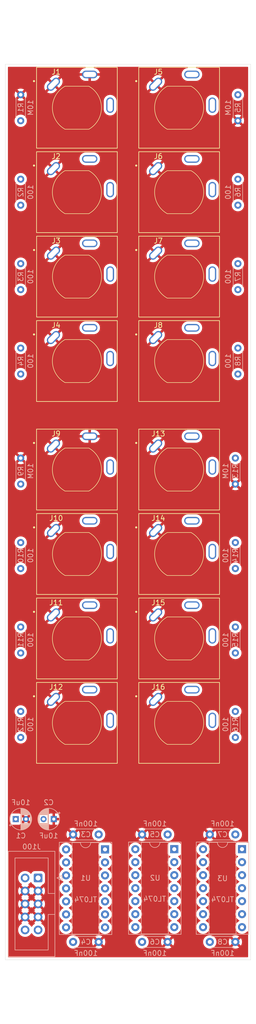
<source format=kicad_pcb>
(kicad_pcb (version 20240108) (generator "pcbnew") (generator_version "8.0")
  (title_block (title "Buffered Mult PCB") (date "2024-05-29") (rev "1") (company "DMH"))
  (layers (0 "F.Cu" signal) (31 "B.Cu" signal) (34 "B.Paste" user) (35 "F.Paste" user) (36 "B.SilkS" user "B.Silkscreen") (37 "F.SilkS" user "F.Silkscreen") (38 "B.Mask" user) (39 "F.Mask" user) (44 "Edge.Cuts" user))
  (net 0 "")
  (net 1 "+12V")
  (net 2 "GND")
  (net 3 "-12V")
  (net 4 "Net-(U1A-+)")
  (net 6 "Net-(J2-PadT)")
  (net 7 "Net-(J3-PadT)")
  (net 9 "Net-(J4-PadT)")
  (net 11 "Net-(U1D-+)")
  (net 12 "Net-(J6-PadT)")
  (net 14 "Net-(J7-PadT)")
  (net 17 "Net-(J8-PadT)")
  (net 18 "Net-(U2C-+)")
  (net 20 "Net-(J10-PadT)")
  (net 21 "Net-(J11-PadT)")
  (net 23 "Net-(J12-PadT)")
  (net 25 "Net-(U3B-+)")
  (net 27 "Net-(J14-PadT)")
  (net 29 "Net-(J15-PadT)")
  (net 30 "Net-(J16-PadT)")
  (net 32 "Net-(U1A--)")
  (net 33 "Net-(U1B--)")
  (net 34 "Net-(U1C--)")
  (net 35 "Net-(U1D--)")
  (net 36 "Net-(U2A--)")
  (net 37 "Net-(U2B--)")
  (net 38 "Net-(U2C--)")
  (net 39 "Net-(U2D--)")
  (net 40 "Net-(U3A--)")
  (net 41 "Net-(U3B--)")
  (net 42 "Net-(U3C--)")
  (net 43 "Net-(U3D--)")
  (footprint "SynthStuff:CUI_MJ-63052A" (layer "F.Cu") (at 40 149.7)
    (property "Reference" "J11" (at -4.075 -7 0) (layer "F.SilkS"))
    (property "Value" "TS_Jack_6.35mm_Sw")
    (pad "S" thru_hole oval (at -4.59619 -4.59619 315) (size 1.508 3.016) (drill oval 1 2.5) (layers "*.Cu" "*.Mask") (net 2 "GND"))
    (pad "T" thru_hole oval (at 6.5 -0.5) (size 1.508 3.016) (drill oval 1 2.5) (layers "*.Cu" "*.Mask") (net 21 "Net-(J11-PadT)"))
    (pad "TN" thru_hole oval (at 2.5 -6.5) (size 3.016 1.508) (drill oval 2.5 1) (layers "*.Cu" "*.Mask"))
  )
  (footprint "SynthStuff:CUI_MJ-63052A" (layer "F.Cu") (at 60 133.2)
    (property "Reference" "J14" (at -4.075 -7 0) (layer "F.SilkS"))
    (property "Value" "TS_Jack_6.35mm_Sw")
    (pad "S" thru_hole oval (at -4.59619 -4.59619 315) (size 1.508 3.016) (drill oval 1 2.5) (layers "*.Cu" "*.Mask") (net 2 "GND"))
    (pad "T" thru_hole oval (at 6.5 -0.5) (size 1.508 3.016) (drill oval 1 2.5) (layers "*.Cu" "*.Mask") (net 27 "Net-(J14-PadT)"))
    (pad "TN" thru_hole oval (at 2.5 -6.5) (size 3.016 1.508) (drill oval 2.5 1) (layers "*.Cu" "*.Mask"))
  )
  (footprint "SynthStuff:CUI_MJ-63052A" (layer "F.Cu") (at 60 79)
    (property "Reference" "J7" (at -4.075 -7 0) (layer "F.SilkS"))
    (property "Value" "TS_Jack_6.35mm_Sw")
    (pad "S" thru_hole oval (at -4.59619 -4.59619 315) (size 1.508 3.016) (drill oval 1 2.5) (layers "*.Cu" "*.Mask") (net 2 "GND"))
    (pad "T" thru_hole oval (at 6.5 -0.5) (size 1.508 3.016) (drill oval 1 2.5) (layers "*.Cu" "*.Mask") (net 14 "Net-(J7-PadT)"))
    (pad "TN" thru_hole oval (at 2.5 -6.5) (size 3.016 1.508) (drill oval 2.5 1) (layers "*.Cu" "*.Mask"))
  )
  (footprint "SynthStuff:CUI_MJ-63052A" (layer "F.Cu") (at 60 95.5)
    (property "Reference" "J8" (at -4.075 -7 0) (layer "F.SilkS"))
    (property "Value" "TS_Jack_6.35mm_Sw")
    (pad "S" thru_hole oval (at -4.59619 -4.59619 315) (size 1.508 3.016) (drill oval 1 2.5) (layers "*.Cu" "*.Mask") (net 2 "GND"))
    (pad "T" thru_hole oval (at 6.5 -0.5) (size 1.508 3.016) (drill oval 1 2.5) (layers "*.Cu" "*.Mask") (net 17 "Net-(J8-PadT)"))
    (pad "TN" thru_hole oval (at 2.5 -6.5) (size 3.016 1.508) (drill oval 2.5 1) (layers "*.Cu" "*.Mask"))
  )
  (footprint "SynthStuff:CUI_MJ-63052A" (layer "F.Cu") (at 60 149.7)
    (property "Reference" "J15" (at -4.075 -7 0) (layer "F.SilkS"))
    (property "Value" "TS_Jack_6.35mm_Sw")
    (pad "S" thru_hole oval (at -4.59619 -4.59619 315) (size 1.508 3.016) (drill oval 1 2.5) (layers "*.Cu" "*.Mask") (net 2 "GND"))
    (pad "T" thru_hole oval (at 6.5 -0.5) (size 1.508 3.016) (drill oval 1 2.5) (layers "*.Cu" "*.Mask") (net 29 "Net-(J15-PadT)"))
    (pad "TN" thru_hole oval (at 2.5 -6.5) (size 3.016 1.508) (drill oval 2.5 1) (layers "*.Cu" "*.Mask"))
  )
  (footprint "SynthStuff:CUI_MJ-63052A" (layer "F.Cu") (at 60 46)
    (property "Reference" "J5" (at -4.075 -7 0) (layer "F.SilkS"))
    (property "Value" "TS_Jack_6.35mm_Sw")
    (pad "S" thru_hole oval (at -4.59619 -4.59619 315) (size 1.508 3.016) (drill oval 1 2.5) (layers "*.Cu" "*.Mask") (net 2 "GND"))
    (pad "T" thru_hole oval (at 6.5 -0.5) (size 1.508 3.016) (drill oval 1 2.5) (layers "*.Cu" "*.Mask") (net 11 "Net-(U1D-+)"))
    (pad "TN" thru_hole oval (at 2.5 -6.5) (size 3.016 1.508) (drill oval 2.5 1) (layers "*.Cu" "*.Mask") (net 4 "Net-(U1A-+)"))
  )
  (footprint "SynthStuff:CUI_MJ-63052A" (layer "F.Cu") (at 60 62.5)
    (property "Reference" "J6" (at -4.075 -7 0) (layer "F.SilkS"))
    (property "Value" "TS_Jack_6.35mm_Sw")
    (pad "S" thru_hole oval (at -4.59619 -4.59619 315) (size 1.508 3.016) (drill oval 1 2.5) (layers "*.Cu" "*.Mask") (net 2 "GND"))
    (pad "T" thru_hole oval (at 6.5 -0.5) (size 1.508 3.016) (drill oval 1 2.5) (layers "*.Cu" "*.Mask") (net 12 "Net-(J6-PadT)"))
    (pad "TN" thru_hole oval (at 2.5 -6.5) (size 3.016 1.508) (drill oval 2.5 1) (layers "*.Cu" "*.Mask"))
  )
  (footprint "SynthStuff:CUI_MJ-63052A" (layer "F.Cu") (at 40 62.5)
    (property "Reference" "J2" (at -4.075 -7 0) (layer "F.SilkS"))
    (property "Value" "TS_Jack_6.35mm_Sw")
    (pad "S" thru_hole oval (at -4.59619 -4.59619 315) (size 1.508 3.016) (drill oval 1 2.5) (layers "*.Cu" "*.Mask") (net 2 "GND"))
    (pad "T" thru_hole oval (at 6.5 -0.5) (size 1.508 3.016) (drill oval 1 2.5) (layers "*.Cu" "*.Mask") (net 6 "Net-(J2-PadT)"))
    (pad "TN" thru_hole oval (at 2.5 -6.5) (size 3.016 1.508) (drill oval 2.5 1) (layers "*.Cu" "*.Mask"))
  )
  (footprint "SynthStuff:CUI_MJ-63052A" (layer "F.Cu") (at 40 95.5)
    (property "Reference" "J4" (at -4.075 -7 0) (layer "F.SilkS"))
    (property "Value" "TS_Jack_6.35mm_Sw")
    (pad "S" thru_hole oval (at -4.59619 -4.59619 315) (size 1.508 3.016) (drill oval 1 2.5) (layers "*.Cu" "*.Mask") (net 2 "GND"))
    (pad "T" thru_hole oval (at 6.5 -0.5) (size 1.508 3.016) (drill oval 1 2.5) (layers "*.Cu" "*.Mask") (net 9 "Net-(J4-PadT)"))
    (pad "TN" thru_hole oval (at 2.5 -6.5) (size 3.016 1.508) (drill oval 2.5 1) (layers "*.Cu" "*.Mask"))
  )
  (footprint "SynthStuff:CUI_MJ-63052A" (layer "F.Cu") (at 40.0125 79)
    (property "Reference" "J3" (at -4.075 -7 0) (layer "F.SilkS"))
    (property "Value" "TS_Jack_6.35mm_Sw")
    (pad "S" thru_hole oval (at -4.59619 -4.59619 315) (size 1.508 3.016) (drill oval 1 2.5) (layers "*.Cu" "*.Mask") (net 2 "GND"))
    (pad "T" thru_hole oval (at 6.5 -0.5) (size 1.508 3.016) (drill oval 1 2.5) (layers "*.Cu" "*.Mask") (net 7 "Net-(J3-PadT)"))
    (pad "TN" thru_hole oval (at 2.5 -6.5) (size 3.016 1.508) (drill oval 2.5 1) (layers "*.Cu" "*.Mask"))
  )
  (footprint "SynthStuff:CUI_MJ-63052A" (layer "F.Cu") (at 60 116.7)
    (property "Reference" "J13" (at -4.075 -7 0) (layer "F.SilkS"))
    (property "Value" "TS_Jack_6.35mm_Sw")
    (pad "S" thru_hole oval (at -4.59619 -4.59619 315) (size 1.508 3.016) (drill oval 1 2.5) (layers "*.Cu" "*.Mask") (net 2 "GND"))
    (pad "T" thru_hole oval (at 6.5 -0.5) (size 1.508 3.016) (drill oval 1 2.5) (layers "*.Cu" "*.Mask") (net 25 "Net-(U3B-+)"))
    (pad "TN" thru_hole oval (at 2.5 -6.5) (size 3.016 1.508) (drill oval 2.5 1) (layers "*.Cu" "*.Mask") (net 18 "Net-(U2C-+)"))
  )
  (footprint "SynthStuff:CUI_MJ-63052A" (layer "F.Cu") (at 60 166.2)
    (property "Reference" "J16" (at -4.075 -7 0) (layer "F.SilkS"))
    (property "Value" "TS_Jack_6.35mm_Sw")
    (pad "S" thru_hole oval (at -4.59619 -4.59619 315) (size 1.508 3.016) (drill oval 1 2.5) (layers "*.Cu" "*.Mask") (net 2 "GND"))
    (pad "T" thru_hole oval (at 6.5 -0.5) (size 1.508 3.016) (drill oval 1 2.5) (layers "*.Cu" "*.Mask") (net 30 "Net-(J16-PadT)"))
    (pad "TN" thru_hole oval (at 2.5 -6.5) (size 3.016 1.508) (drill oval 2.5 1) (layers "*.Cu" "*.Mask"))
  )
  (footprint "SynthStuff:CUI_MJ-63052A" (layer "F.Cu") (at 40.0125 133.2)
    (property "Reference" "J10" (at -4.075 -7 0) (layer "F.SilkS"))
    (property "Value" "TS_Jack_6.35mm_Sw")
    (pad "S" thru_hole oval (at -4.59619 -4.59619 315) (size 1.508 3.016) (drill oval 1 2.5) (layers "*.Cu" "*.Mask") (net 2 "GND"))
    (pad "T" thru_hole oval (at 6.5 -0.5) (size 1.508 3.016) (drill oval 1 2.5) (layers "*.Cu" "*.Mask") (net 20 "Net-(J10-PadT)"))
    (pad "TN" thru_hole oval (at 2.5 -6.5) (size 3.016 1.508) (drill oval 2.5 1) (layers "*.Cu" "*.Mask"))
  )
  (footprint "SynthStuff:CUI_MJ-63052A" (layer "F.Cu") (at 40 116.7)
    (property "Reference" "J9" (at -4.075 -7 0) (layer "F.SilkS"))
    (property "Value" "TS_Jack_6.35mm_Sw")
    (pad "S" thru_hole oval (at -4.59619 -4.59619 315) (size 1.508 3.016) (drill oval 1 2.5) (layers "*.Cu" "*.Mask") (net 2 "GND"))
    (pad "T" thru_hole oval (at 6.5 -0.5) (size 1.508 3.016) (drill oval 1 2.5) (layers "*.Cu" "*.Mask") (net 18 "Net-(U2C-+)"))
    (pad "TN" thru_hole oval (at 2.5 -6.5) (size 3.016 1.508) (drill oval 2.5 1) (layers "*.Cu" "*.Mask") (net 2 "GND"))
  )
  (footprint "SynthStuff:CUI_MJ-63052A" (layer "F.Cu") (at 40 166.2)
    (property "Reference" "J12" (at -4.075 -7 0) (layer "F.SilkS"))
    (property "Value" "TS_Jack_6.35mm_Sw")
    (pad "S" thru_hole oval (at -4.59619 -4.59619 315) (size 1.508 3.016) (drill oval 1 2.5) (layers "*.Cu" "*.Mask") (net 2 "GND"))
    (pad "T" thru_hole oval (at 6.5 -0.5) (size 1.508 3.016) (drill oval 1 2.5) (layers "*.Cu" "*.Mask") (net 23 "Net-(J12-PadT)"))
    (pad "TN" thru_hole oval (at 2.5 -6.5) (size 3.016 1.508) (drill oval 2.5 1) (layers "*.Cu" "*.Mask"))
  )
  (footprint "SynthStuff:CUI_MJ-63052A" (layer "F.Cu") (at 40 46)
    (property "Reference" "J1" (at -4.075 -7 0) (layer "F.SilkS"))
    (property "Value" "TS_Jack_6.35mm_Sw")
    (pad "S" thru_hole oval (at -4.59619 -4.59619 315) (size 1.508 3.016) (drill oval 1 2.5) (layers "*.Cu" "*.Mask") (net 2 "GND"))
    (pad "T" thru_hole oval (at 6.5 -0.5) (size 1.508 3.016) (drill oval 1 2.5) (layers "*.Cu" "*.Mask") (net 4 "Net-(U1A-+)"))
    (pad "TN" thru_hole oval (at 2.5 -6.5) (size 3.016 1.508) (drill oval 2.5 1) (layers "*.Cu" "*.Mask") (net 2 "GND"))
  )
  (footprint "Resistor_THT:R_Axial_DIN0204_L3.6mm_D1.6mm_P5.08mm_Horizontal" (layer "B.Cu") (at 29 130.96 -90)
    (property "Reference" "R10" (at 2.54 0 90) (layer "B.SilkS") (effects (justify mirror)))
    (property "Value" "100" (at 2.54 -1.92 90) (layer "B.SilkS") (effects (justify mirror)))
    (pad "1" thru_hole circle (at 0 0 270) (size 1.4 1.4) (drill 0.7) (layers "*.Cu" "*.Mask") (net 38 "Net-(U2C--)"))
    (pad "2" thru_hole oval (at 5.08 0 270) (size 1.4 1.4) (drill 0.7) (layers "*.Cu" "*.Mask") (net 20 "Net-(J10-PadT)"))
  )
  (footprint "Resistor_THT:R_Axial_DIN0204_L3.6mm_D1.6mm_P5.08mm_Horizontal" (layer "B.Cu") (at 29 59.96 -90)
    (property "Reference" "R2" (at 2.54 0 90) (layer "B.SilkS") (effects (justify mirror)))
    (property "Value" "100" (at 2.54 -1.92 90) (layer "B.SilkS") (effects (justify mirror)))
    (pad "1" thru_hole circle (at 0 0 270) (size 1.4 1.4) (drill 0.7) (layers "*.Cu" "*.Mask") (net 32 "Net-(U1A--)"))
    (pad "2" thru_hole oval (at 5.08 0 270) (size 1.4 1.4) (drill 0.7) (layers "*.Cu" "*.Mask") (net 6 "Net-(J2-PadT)"))
  )
  (footprint "Capacitor_THT:C_Disc_D4.3mm_W1.9mm_P5.00mm" (layer "B.Cu") (at 57.75 188 180)
    (property "Reference" "C5" (at 2.5 0 180) (layer "B.SilkS") (effects (justify mirror)))
    (property "Value" "100nF" (at 2.5 2.1 180) (layer "B.SilkS") (effects (justify mirror)))
    (pad "1" thru_hole circle (at 0 0 180) (size 1.6 1.6) (drill 0.8) (layers "*.Cu" "*.Mask") (net 1 "+12V"))
    (pad "2" thru_hole circle (at 5 0 180) (size 1.6 1.6) (drill 0.8) (layers "*.Cu" "*.Mask") (net 2 "GND"))
  )
  (footprint "SynthStuff:IDC-Header_2x05_P2.54mm_Vertical_Eurorack" (layer "B.Cu") (at 32.4 196.5 180)
    (property "Reference" "J100" (at 1.27 6.1 180) (layer "B.SilkS") (effects (justify mirror)))
    (property "Value" "IDC_02x05" (hide yes))
    (pad "1a" thru_hole roundrect (at 0 0 180) (size 1.7 1.7) (drill 1) (layers "*.Cu" "*.Mask") (roundrect_rratio 0.147059) (net 3 "-12V"))
    (pad "1b" thru_hole circle (at 2.54 0 180) (size 1.7 1.7) (drill 1) (layers "*.Cu" "*.Mask") (net 3 "-12V"))
    (pad "2a" thru_hole circle (at 0 -2.54 180) (size 1.7 1.7) (drill 1) (layers "*.Cu" "*.Mask") (net 2 "GND"))
    (pad "2b" thru_hole circle (at 2.54 -2.54 180) (size 1.7 1.7) (drill 1) (layers "*.Cu" "*.Mask") (net 2 "GND"))
    (pad "3a" thru_hole circle (at 0 -5.08 180) (size 1.7 1.7) (drill 1) (layers "*.Cu" "*.Mask") (net 2 "GND"))
    (pad "3b" thru_hole circle (at 2.54 -5.08 180) (size 1.7 1.7) (drill 1) (layers "*.Cu" "*.Mask") (net 2 "GND"))
    (pad "4a" thru_hole circle (at 0 -7.62 180) (size 1.7 1.7) (drill 1) (layers "*.Cu" "*.Mask") (net 2 "GND"))
    (pad "4b" thru_hole circle (at 2.54 -7.62 180) (size 1.7 1.7) (drill 1) (layers "*.Cu" "*.Mask") (net 2 "GND"))
    (pad "5a" thru_hole circle (at 0 -10.16 180) (size 1.7 1.7) (drill 1) (layers "*.Cu" "*.Mask") (net 1 "+12V"))
    (pad "5b" thru_hole circle (at 2.54 -10.16 180) (size 1.7 1.7) (drill 1) (layers "*.Cu" "*.Mask") (net 1 "+12V"))
  )
  (footprint "Resistor_THT:R_Axial_DIN0204_L3.6mm_D1.6mm_P5.08mm_Horizontal" (layer "B.Cu") (at 71 119.54 90)
    (property "Reference" "R13" (at 2.54 0 270) (layer "B.SilkS") (effects (justify mirror)))
    (property "Value" "10M" (at 2.54 -1.92 270) (layer "B.SilkS") (effects (justify mirror)))
    (pad "1" thru_hole circle (at 0 0 90) (size 1.4 1.4) (drill 0.7) (layers "*.Cu" "*.Mask") (net 2 "GND"))
    (pad "2" thru_hole oval (at 5.08 0 90) (size 1.4 1.4) (drill 0.7) (layers "*.Cu" "*.Mask") (net 25 "Net-(U3B-+)"))
  )
  (footprint "Resistor_THT:R_Axial_DIN0204_L3.6mm_D1.6mm_P5.08mm_Horizontal" (layer "B.Cu") (at 71.5 81.54 90)
    (property "Reference" "R7" (at 2.54 0 270) (layer "B.SilkS") (effects (justify mirror)))
    (property "Value" "100" (at 2.54 -1.92 270) (layer "B.SilkS") (effects (justify mirror)))
    (pad "1" thru_hole circle (at 0 0 90) (size 1.4 1.4) (drill 0.7) (layers "*.Cu" "*.Mask") (net 36 "Net-(U2A--)"))
    (pad "2" thru_hole oval (at 5.08 0 90) (size 1.4 1.4) (drill 0.7) (layers "*.Cu" "*.Mask") (net 14 "Net-(J7-PadT)"))
  )
  (footprint "Resistor_THT:R_Axial_DIN0204_L3.6mm_D1.6mm_P5.08mm_Horizontal" (layer "B.Cu") (at 71 136.04 90)
    (property "Reference" "R14" (at 2.54 0 270) (layer "B.SilkS") (effects (justify mirror)))
    (property "Value" "100" (at 2.54 -1.92 270) (layer "B.SilkS") (effects (justify mirror)))
    (pad "1" thru_hole circle (at 0 0 90) (size 1.4 1.4) (drill 0.7) (layers "*.Cu" "*.Mask") (net 41 "Net-(U3B--)"))
    (pad "2" thru_hole oval (at 5.08 0 90) (size 1.4 1.4) (drill 0.7) (layers "*.Cu" "*.Mask") (net 27 "Net-(J14-PadT)"))
  )
  (footprint "Package_DIP:DIP-14_W7.62mm_Socket" (layer "B.Cu") (at 59.05 190.875 180)
    (property "Reference" "U2" (at 3.75 -5.625 180) (layer "B.SilkS") (effects (justify mirror)))
    (property "Value" "TL074" (at 3.85 -9.725 180) (layer "B.SilkS") (effects (justify mirror)))
    (pad "1" thru_hole rect (at 0 0 180) (size 1.6 1.6) (drill 0.8) (layers "*.Cu" "*.Mask") (net 36 "Net-(U2A--)"))
    (pad "2" thru_hole oval (at 0 -2.54 180) (size 1.6 1.6) (drill 0.8) (layers "*.Cu" "*.Mask") (net 36 "Net-(U2A--)"))
    (pad "3" thru_hole oval (at 0 -5.08 180) (size 1.6 1.6) (drill 0.8) (layers "*.Cu" "*.Mask") (net 11 "Net-(U1D-+)"))
    (pad "4" thru_hole oval (at 0 -7.62 180) (size 1.6 1.6) (drill 0.8) (layers "*.Cu" "*.Mask") (net 1 "+12V"))
    (pad "5" thru_hole oval (at 0 -10.16 180) (size 1.6 1.6) (drill 0.8) (layers "*.Cu" "*.Mask") (net 11 "Net-(U1D-+)"))
    (pad "6" thru_hole oval (at 0 -12.7 180) (size 1.6 1.6) (drill 0.8) (layers "*.Cu" "*.Mask") (net 37 "Net-(U2B--)"))
    (pad "7" thru_hole oval (at 0 -15.24 180) (size 1.6 1.6) (drill 0.8) (layers "*.Cu" "*.Mask") (net 37 "Net-(U2B--)"))
    (pad "8" thru_hole oval (at 7.62 -15.24 180) (size 1.6 1.6) (drill 0.8) (layers "*.Cu" "*.Mask") (net 38 "Net-(U2C--)"))
    (pad "9" thru_hole oval (at 7.62 -12.7 180) (size 1.6 1.6) (drill 0.8) (layers "*.Cu" "*.Mask") (net 38 "Net-(U2C--)"))
    (pad "10" thru_hole oval (at 7.62 -10.16 180) (size 1.6 1.6) (drill 0.8) (layers "*.Cu" "*.Mask") (net 18 "Net-(U2C-+)"))
    (pad "11" thru_hole oval (at 7.62 -7.62 180) (size 1.6 1.6) (drill 0.8) (layers "*.Cu" "*.Mask") (net 3 "-12V"))
    (pad "12" thru_hole oval (at 7.62 -5.08 180) (size 1.6 1.6) (drill 0.8) (layers "*.Cu" "*.Mask") (net 18 "Net-(U2C-+)"))
    (pad "13" thru_hole oval (at 7.62 -2.54 180) (size 1.6 1.6) (drill 0.8) (layers "*.Cu" "*.Mask") (net 39 "Net-(U2D--)"))
    (pad "14" thru_hole oval (at 7.62 0 180) (size 1.6 1.6) (drill 0.8) (layers "*.Cu" "*.Mask") (net 39 "Net-(U2D--)"))
  )
  (footprint "Resistor_THT:R_Axial_DIN0204_L3.6mm_D1.6mm_P5.08mm_Horizontal" (layer "B.Cu") (at 29 92.96 -90)
    (property "Reference" "R4" (at 2.54 0 90) (layer "B.SilkS") (effects (justify mirror)))
    (property "Value" "100" (at 2.54 -1.92 90) (layer "B.SilkS") (effects (justify mirror)))
    (pad "1" thru_hole circle (at 0 0 270) (size 1.4 1.4) (drill 0.7) (layers "*.Cu" "*.Mask") (net 34 "Net-(U1C--)"))
    (pad "2" thru_hole oval (at 5.08 0 270) (size 1.4 1.4) (drill 0.7) (layers "*.Cu" "*.Mask") (net 9 "Net-(J4-PadT)"))
  )
  (footprint "Resistor_THT:R_Axial_DIN0204_L3.6mm_D1.6mm_P5.08mm_Horizontal" (layer "B.Cu") (at 29 163.96 -90)
    (property "Reference" "R12" (at 2.54 0 90) (layer "B.SilkS") (effects (justify mirror)))
    (property "Value" "100" (at 2.54 -1.92 90) (layer "B.SilkS") (effects (justify mirror)))
    (pad "1" thru_hole circle (at 0 0 270) (size 1.4 1.4) (drill 0.7) (layers "*.Cu" "*.Mask") (net 40 "Net-(U3A--)"))
    (pad "2" thru_hole oval (at 5.08 0 270) (size 1.4 1.4) (drill 0.7) (layers "*.Cu" "*.Mask") (net 23 "Net-(J12-PadT)"))
  )
  (footprint "Resistor_THT:R_Axial_DIN0204_L3.6mm_D1.6mm_P5.08mm_Horizontal" (layer "B.Cu") (at 29 43.46 -90)
    (property "Reference" "R1" (at 2.54 0 90) (layer "B.SilkS") (effects (justify mirror)))
    (property "Value" "10M" (at 2.54 -1.92 90) (layer "B.SilkS") (effects (justify mirror)))
    (pad "1" thru_hole circle (at 0 0 270) (size 1.4 1.4) (drill 0.7) (layers "*.Cu" "*.Mask") (net 2 "GND"))
    (pad "2" thru_hole oval (at 5.08 0 270) (size 1.4 1.4) (drill 0.7) (layers "*.Cu" "*.Mask") (net 4 "Net-(U1A-+)"))
  )
  (footprint "Capacitor_THT:C_Disc_D4.3mm_W1.9mm_P5.00mm" (layer "B.Cu") (at 44.25 209 180)
    (property "Reference" "C4" (at 2.5 0 180) (layer "B.SilkS") (effects (justify mirror)))
    (property "Value" "100nF" (at 2.5 -2.2 180) (layer "B.SilkS") (effects (justify mirror)))
    (pad "1" thru_hole circle (at 0 0 180) (size 1.6 1.6) (drill 0.8) (layers "*.Cu" "*.Mask") (net 2 "GND"))
    (pad "2" thru_hole circle (at 5 0 180) (size 1.6 1.6) (drill 0.8) (layers "*.Cu" "*.Mask") (net 3 "-12V"))
  )
  (footprint "Resistor_THT:R_Axial_DIN0204_L3.6mm_D1.6mm_P5.08mm_Horizontal" (layer "B.Cu") (at 71.5 48.54 90)
    (property "Reference" "R5" (at 2.54 0 270) (layer "B.SilkS") (effects (justify mirror)))
    (property "Value" "10M" (at 2.54 -1.92 270) (layer "B.SilkS") (effects (justify mirror)))
    (pad "1" thru_hole circle (at 0 0 90) (size 1.4 1.4) (drill 0.7) (layers "*.Cu" "*.Mask") (net 2 "GND"))
    (pad "2" thru_hole oval (at 5.08 0 90) (size 1.4 1.4) (drill 0.7) (layers "*.Cu" "*.Mask") (net 11 "Net-(U1D-+)"))
  )
  (footprint "Resistor_THT:R_Axial_DIN0204_L3.6mm_D1.6mm_P5.08mm_Horizontal" (layer "B.Cu") (at 29 114.46 -90)
    (property "Reference" "R9" (at 2.54 0 90) (layer "B.SilkS") (effects (justify mirror)))
    (property "Value" "10M" (at 2.54 -1.92 90) (layer "B.SilkS") (effects (justify mirror)))
    (pad "1" thru_hole circle (at 0 0 270) (size 1.4 1.4) (drill 0.7) (layers "*.Cu" "*.Mask") (net 2 "GND"))
    (pad "2" thru_hole oval (at 5.08 0 270) (size 1.4 1.4) (drill 0.7) (layers "*.Cu" "*.Mask") (net 18 "Net-(U2C-+)"))
  )
  (footprint "Resistor_THT:R_Axial_DIN0204_L3.6mm_D1.6mm_P5.08mm_Horizontal" (layer "B.Cu") (at 71.5 65.04 90)
    (property "Reference" "R6" (at 2.54 0 270) (layer "B.SilkS") (effects (justify mirror)))
    (property "Value" "100" (at 2.54 -1.92 270) (layer "B.SilkS") (effects (justify mirror)))
    (pad "1" thru_hole circle (at 0 0 90) (size 1.4 1.4) (drill 0.7) (layers "*.Cu" "*.Mask") (net 35 "Net-(U1D--)"))
    (pad "2" thru_hole oval (at 5.08 0 90) (size 1.4 1.4) (drill 0.7) (layers "*.Cu" "*.Mask") (net 12 "Net-(J6-PadT)"))
  )
  (footprint "Capacitor_THT:C_Disc_D4.3mm_W1.9mm_P5.00mm" (layer "B.Cu") (at 71 209 180)
    (property "Reference" "C8" (at 2.5 0 180) (layer "B.SilkS") (effects (justify mirror)))
    (property "Value" "100nF" (at 2.5 -2.2 180) (layer "B.SilkS") (effects (justify mirror)))
    (pad "1" thru_hole circle (at 0 0 180) (size 1.6 1.6) (drill 0.8) (layers "*.Cu" "*.Mask") (net 2 "GND"))
    (pad "2" thru_hole circle (at 5 0 180) (size 1.6 1.6) (drill 0.8) (layers "*.Cu" "*.Mask") (net 3 "-12V"))
  )
  (footprint "Capacitor_THT:C_Disc_D4.3mm_W1.9mm_P5.00mm" (layer "B.Cu") (at 57.75 209 180)
    (property "Reference" "C6" (at 2.5 0 180) (layer "B.SilkS") (effects (justify mirror)))
    (property "Value" "100nF" (at 2.5 -2.2 180) (layer "B.SilkS") (effects (justify mirror)))
    (pad "1" thru_hole circle (at 0 0 180) (size 1.6 1.6) (drill 0.8) (layers "*.Cu" "*.Mask") (net 2 "GND"))
    (pad "2" thru_hole circle (at 5 0 180) (size 1.6 1.6) (drill 0.8) (layers "*.Cu" "*.Mask") (net 3 "-12V"))
  )
  (footprint "Package_DIP:DIP-14_W7.62mm_Socket" (layer "B.Cu") (at 72.3 190.875 180)
    (property "Reference" "U3" (at 3.81 -5.725 180) (layer "B.SilkS") (effects (justify mirror)))
    (property "Value" "TL074" (at 3.81 -9.825 180) (layer "B.SilkS") (effects (justify mirror)))
    (pad "1" thru_hole rect (at 0 0 180) (size 1.6 1.6) (drill 0.8) (layers "*.Cu" "*.Mask") (net 40 "Net-(U3A--)"))
    (pad "2" thru_hole oval (at 0 -2.54 180) (size 1.6 1.6) (drill 0.8) (layers "*.Cu" "*.Mask") (net 40 "Net-(U3A--)"))
    (pad "3" thru_hole oval (at 0 -5.08 180) (size 1.6 1.6) (drill 0.8) (layers "*.Cu" "*.Mask") (net 18 "Net-(U2C-+)"))
    (pad "4" thru_hole oval (at 0 -7.62 180) (size 1.6 1.6) (drill 0.8) (layers "*.Cu" "*.Mask") (net 1 "+12V"))
    (pad "5" thru_hole oval (at 0 -10.16 180) (size 1.6 1.6) (drill 0.8) (layers "*.Cu" "*.Mask") (net 25 "Net-(U3B-+)"))
    (pad "6" thru_hole oval (at 0 -12.7 180) (size 1.6 1.6) (drill 0.8) (layers "*.Cu" "*.Mask") (net 41 "Net-(U3B--)"))
    (pad "7" thru_hole oval (at 0 -15.24 180) (size 1.6 1.6) (drill 0.8) (layers "*.Cu" "*.Mask") (net 41 "Net-(U3B--)"))
    (pad "8" thru_hole oval (at 7.62 -15.24 180) (size 1.6 1.6) (drill 0.8) (layers "*.Cu" "*.Mask") (net 42 "Net-(U3C--)"))
    (pad "9" thru_hole oval (at 7.62 -12.7 180) (size 1.6 1.6) (drill 0.8) (layers "*.Cu" "*.Mask") (net 42 "Net-(U3C--)"))
    (pad "10" thru_hole oval (at 7.62 -10.16 180) (size 1.6 1.6) (drill 0.8) (layers "*.Cu" "*.Mask") (net 25 "Net-(U3B-+)"))
    (pad "11" thru_hole oval (at 7.62 -7.62 180) (size 1.6 1.6) (drill 0.8) (layers "*.Cu" "*.Mask") (net 3 "-12V"))
    (pad "12" thru_hole oval (at 7.62 -5.08 180) (size 1.6 1.6) (drill 0.8) (layers "*.Cu" "*.Mask") (net 25 "Net-(U3B-+)"))
    (pad "13" thru_hole oval (at 7.62 -2.54 180) (size 1.6 1.6) (drill 0.8) (layers "*.Cu" "*.Mask") (net 43 "Net-(U3D--)"))
    (pad "14" thru_hole oval (at 7.62 0 180) (size 1.6 1.6) (drill 0.8) (layers "*.Cu" "*.Mask") (net 43 "Net-(U3D--)"))
  )
  (footprint "Resistor_THT:R_Axial_DIN0204_L3.6mm_D1.6mm_P5.08mm_Horizontal" (layer "B.Cu") (at 29 76.46 -90)
    (property "Reference" "R3" (at 2.54 0 90) (layer "B.SilkS") (effects (justify mirror)))
    (property "Value" "100" (at 2.54 -1.92 90) (layer "B.SilkS") (effects (justify mirror)))
    (pad "1" thru_hole circle (at 0 0 270) (size 1.4 1.4) (drill 0.7) (layers "*.Cu" "*.Mask") (net 33 "Net-(U1B--)"))
    (pad "2" thru_hole oval (at 5.08 0 270) (size 1.4 1.4) (drill 0.7) (layers "*.Cu" "*.Mask") (net 7 "Net-(J3-PadT)"))
  )
  (footprint "Resistor_THT:R_Axial_DIN0204_L3.6mm_D1.6mm_P5.08mm_Horizontal" (layer "B.Cu") (at 29 147.46 -90)
    (property "Reference" "R11" (at 2.54 0 90) (layer "B.SilkS") (effects (justify mirror)))
    (property "Value" "100" (at 2.54 -1.92 90) (layer "B.SilkS") (effects (justify mirror)))
    (pad "1" thru_hole circle (at 0 0 270) (size 1.4 1.4) (drill 0.7) (layers "*.Cu" "*.Mask") (net 39 "Net-(U2D--)"))
    (pad "2" thru_hole oval (at 5.08 0 270) (size 1.4 1.4) (drill 0.7) (layers "*.Cu" "*.Mask") (net 21 "Net-(J11-PadT)"))
  )
  (footprint "Resistor_THT:R_Axial_DIN0204_L3.6mm_D1.6mm_P5.08mm_Horizontal" (layer "B.Cu") (at 71 169.04 90)
    (property "Reference" "R16" (at 2.54 0 270) (layer "B.SilkS") (effects (justify mirror)))
    (property "Value" "100" (at 2.54 -1.92 270) (layer "B.SilkS") (effects (justify mirror)))
    (pad "1" thru_hole circle (at 0 0 90) (size 1.4 1.4) (drill 0.7) (layers "*.Cu" "*.Mask") (net 43 "Net-(U3D--)"))
    (pad "2" thru_hole oval (at 5.08 0 90) (size 1.4 1.4) (drill 0.7) (layers "*.Cu" "*.Mask") (net 30 "Net-(J16-PadT)"))
  )
  (footprint "Capacitor_THT:CP_Radial_D4.0mm_P2.00mm" (layer "B.Cu") (at 35.4726 185 180)
    (property "Reference" "C2" (at 1 3.25 180) (layer "B.SilkS") (effects (justify mirror)))
    (property "Value" "10uF" (at 1 -3.25 180) (layer "B.SilkS") (effects (justify mirror)))
    (pad "1" thru_hole rect (at 0 0 180) (size 1.2 1.2) (drill 0.6) (layers "*.Cu" "*.Mask") (net 2 "GND"))
    (pad "2" thru_hole circle (at 2 0 180) (size 1.2 1.2) (drill 0.6) (layers "*.Cu" "*.Mask") (net 3 "-12V"))
  )
  (footprint "Resistor_THT:R_Axial_DIN0204_L3.6mm_D1.6mm_P5.08mm_Horizontal" (layer "B.Cu") (at 71.5 98.04 90)
    (property "Reference" "R8" (at 2.54 0 270) (layer "B.SilkS") (effects (justify mirror)))
    (property "Value" "100" (at 2.54 -1.92 270) (layer "B.SilkS") (effects (justify mirror)))
    (pad "1" thru_hole circle (at 0 0 90) (size 1.4 1.4) (drill 0.7) (layers "*.Cu" "*.Mask") (net 37 "Net-(U2B--)"))
    (pad "2" thru_hole oval (at 5.08 0 90) (size 1.4 1.4) (drill 0.7) (layers "*.Cu" "*.Mask") (net 17 "Net-(J8-PadT)"))
  )
  (footprint "Capacitor_THT:CP_Radial_D4.0mm_P2.00mm" (layer "B.Cu") (at 28.027401 185)
    (property "Reference" "C1" (at 1 3.25 360) (layer "B.SilkS") (effects (justify mirror)))
    (property "Value" "10uF" (at 1 -3.25 360) (layer "B.SilkS") (effects (justify mirror)))
    (pad "1" thru_hole rect (at 0 0) (size 1.2 1.2) (drill 0.6) (layers "*.Cu" "*.Mask") (net 1 "+12V"))
    (pad "2" thru_hole circle (at 2 0) (size 1.2 1.2) (drill 0.6) (layers "*.Cu" "*.Mask") (net 2 "GND"))
  )
  (footprint "Resistor_THT:R_Axial_DIN0204_L3.6mm_D1.6mm_P5.08mm_Horizontal" (layer "B.Cu") (at 71 152.54 90)
    (property "Reference" "R15" (at 2.54 0 270) (layer "B.SilkS") (effects (justify mirror)))
    (property "Value" "100" (at 2.54 -1.92 270) (layer "B.SilkS") (effects (justify mirror)))
    (pad "1" thru_hole circle (at 0 0 90) (size 1.4 1.4) (drill 0.7) (layers "*.Cu" "*.Mask") (net 42 "Net-(U3C--)"))
    (pad "2" thru_hole oval (at 5.08 0 90) (size 1.4 1.4) (drill 0.7) (layers "*.Cu" "*.Mask") (net 29 "Net-(J15-PadT)"))
  )
  (footprint "Capacitor_THT:C_Disc_D4.3mm_W1.9mm_P5.00mm" (layer "B.Cu") (at 44.25 188 180)
    (property "Reference" "C3" (at 2.5 0 180) (layer "B.SilkS") (effects (justify mirror)))
    (property "Value" "100nF" (at 2.5 2.1 180) (layer "B.SilkS") (effects (justify mirror)))
    (pad "1" thru_hole circle (at 0 0 180) (size 1.6 1.6) (drill 0.8) (layers "*.Cu" "*.Mask") (net 1 "+12V"))
    (pad "2" thru_hole circle (at 5 0 180) (size 1.6 1.6) (drill 0.8) (layers "*.Cu" "*.Mask") (net 2 "GND"))
  )
  (footprint "Capacitor_THT:C_Disc_D4.3mm_W1.9mm_P5.00mm" (layer "B.Cu") (at 71 188 180)
    (property "Reference" "C7" (at 2.5 0 180) (layer "B.SilkS") (effects (justify mirror)))
    (property "Value" "100nF" (at 2.5 2.1 180) (layer "B.SilkS") (effects (justify mirror)))
    (pad "1" thru_hole circle (at 0 0 180) (size 1.6 1.6) (drill 0.8) (layers "*.Cu" "*.Mask") (net 1 "+12V"))
    (pad "2" thru_hole circle (at 5 0 180) (size 1.6 1.6) (drill 0.8) (layers "*.Cu" "*.Mask") (net 2 "GND"))
  )
  (footprint "Package_DIP:DIP-14_W7.62mm_Socket" (layer "B.Cu") (at 45.5 190.92 180)
    (property "Reference" "U1" (at 3.8 -5.6 180) (layer "B.SilkS") (effects (justify mirror)))
    (property "Value" "TL074" (at 3.81 -9.8 180) (layer "B.SilkS") (effects (justify mirror)))
    (pad "1" thru_hole rect (at 0 0 180) (size 1.6 1.6) (drill 0.8) (layers "*.Cu" "*.Mask") (net 32 "Net-(U1A--)"))
    (pad "2" thru_hole oval (at 0 -2.54 180) (size 1.6 1.6) (drill 0.8) (layers "*.Cu" "*.Mask") (net 32 "Net-(U1A--)"))
    (pad "3" thru_hole oval (at 0 -5.08 180) (size 1.6 1.6) (drill 0.8) (layers "*.Cu" "*.Mask") (net 4 "Net-(U1A-+)"))
    (pad "4" thru_hole oval (at 0 -7.62 180) (size 1.6 1.6) (drill 0.8) (layers "*.Cu" "*.Mask") (net 1 "+12V"))
    (pad "5" thru_hole oval (at 0 -10.16 180) (size 1.6 1.6) (drill 0.8) (layers "*.Cu" "*.Mask") (net 4 "Net-(U1A-+)"))
    (pad "6" thru_hole oval (at 0 -12.7 180) (size 1.6 1.6) (drill 0.8) (layers "*.Cu" "*.Mask") (net 33 "Net-(U1B--)"))
    (pad "7" thru_hole oval (at 0 -15.24 180) (size 1.6 1.6) (drill 0.8) (layers "*.Cu" "*.Mask") (net 33 "Net-(U1B--)"))
    (pad "8" thru_hole oval (at 7.62 -15.24 180) (size 1.6 1.6) (drill 0.8) (layers "*.Cu" "*.Mask") (net 34 "Net-(U1C--)"))
    (pad "9" thru_hole oval (at 7.62 -12.7 180) (size 1.6 1.6) (drill 0.8) (layers "*.Cu" "*.Mask") (net 34 "Net-(U1C--)"))
    (pad "10" thru_hole oval (at 7.62 -10.16 180) (size 1.6 1.6) (drill 0.8) (layers "*.Cu" "*.Mask") (net 4 "Net-(U1A-+)"))
    (pad "11" thru_hole oval (at 7.62 -7.62 180) (size 1.6 1.6) (drill 0.8) (layers "*.Cu" "*.Mask") (net 3 "-12V"))
    (pad "12" thru_hole oval (at 7.62 -5.08 180) (size 1.6 1.6) (drill 0.8) (layers "*.Cu" "*.Mask") (net 11 "Net-(U1D-+)"))
    (pad "13" thru_hole oval (at 7.62 -2.54 180) (size 1.6 1.6) (drill 0.8) (layers "*.Cu" "*.Mask") (net 35 "Net-(U1D--)"))
    (pad "14" thru_hole oval (at 7.62 0 180) (size 1.6 1.6) (drill 0.8) (layers "*.Cu" "*.Mask") (net 35 "Net-(U1D--)"))
  )
  (gr_rect (start 26 37.5) (end 74 212.5) (stroke (width 0.05)) (fill none) (layer "Edge.Cuts"))
  (zone (net 2) (net_name "GND") (layer "F.Cu") (name "Ground Plane") (connect_pads (clearance 0.5)) (min_thickness 0.25) (fill yes (thermal_gap 0.5) (thermal_bridge_width 0.5))
    (polygon (pts (xy 74 37.5) (xy 26 37.5) (xy 26 212.5) (xy 74 212.5)))
  )
)
</source>
